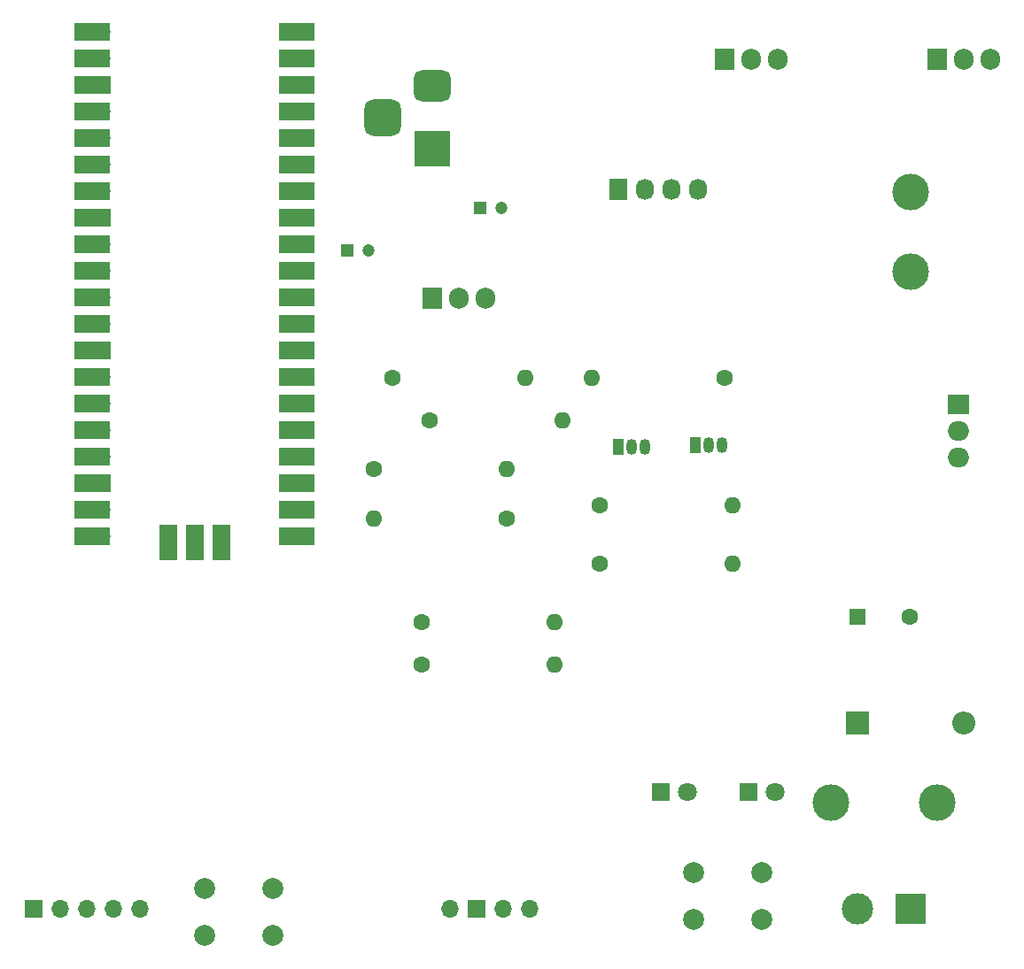
<source format=gbr>
%TF.GenerationSoftware,KiCad,Pcbnew,7.0.9-7.0.9~ubuntu22.04.1*%
%TF.CreationDate,2023-12-17T20:29:56+01:00*%
%TF.ProjectId,DC Load,4443204c-6f61-4642-9e6b-696361645f70,rev?*%
%TF.SameCoordinates,Original*%
%TF.FileFunction,Soldermask,Top*%
%TF.FilePolarity,Negative*%
%FSLAX46Y46*%
G04 Gerber Fmt 4.6, Leading zero omitted, Abs format (unit mm)*
G04 Created by KiCad (PCBNEW 7.0.9-7.0.9~ubuntu22.04.1) date 2023-12-17 20:29:56*
%MOMM*%
%LPD*%
G01*
G04 APERTURE LIST*
G04 Aperture macros list*
%AMRoundRect*
0 Rectangle with rounded corners*
0 $1 Rounding radius*
0 $2 $3 $4 $5 $6 $7 $8 $9 X,Y pos of 4 corners*
0 Add a 4 corners polygon primitive as box body*
4,1,4,$2,$3,$4,$5,$6,$7,$8,$9,$2,$3,0*
0 Add four circle primitives for the rounded corners*
1,1,$1+$1,$2,$3*
1,1,$1+$1,$4,$5*
1,1,$1+$1,$6,$7*
1,1,$1+$1,$8,$9*
0 Add four rect primitives between the rounded corners*
20,1,$1+$1,$2,$3,$4,$5,0*
20,1,$1+$1,$4,$5,$6,$7,0*
20,1,$1+$1,$6,$7,$8,$9,0*
20,1,$1+$1,$8,$9,$2,$3,0*%
G04 Aperture macros list end*
%ADD10C,1.600000*%
%ADD11O,1.600000X1.600000*%
%ADD12C,2.000000*%
%ADD13R,1.800000X1.800000*%
%ADD14C,1.800000*%
%ADD15C,3.500000*%
%ADD16R,2.000000X1.905000*%
%ADD17O,2.000000X1.905000*%
%ADD18R,1.905000X2.000000*%
%ADD19O,1.905000X2.000000*%
%ADD20R,1.700000X1.700000*%
%ADD21O,1.700000X1.700000*%
%ADD22R,3.500000X1.700000*%
%ADD23R,1.700000X3.500000*%
%ADD24R,1.730000X2.030000*%
%ADD25O,1.730000X2.030000*%
%ADD26R,1.050000X1.500000*%
%ADD27O,1.050000X1.500000*%
%ADD28R,3.500000X3.500000*%
%ADD29RoundRect,0.750000X-1.000000X0.750000X-1.000000X-0.750000X1.000000X-0.750000X1.000000X0.750000X0*%
%ADD30RoundRect,0.875000X-0.875000X0.875000X-0.875000X-0.875000X0.875000X-0.875000X0.875000X0.875000X0*%
%ADD31R,1.600000X1.600000*%
%ADD32R,1.200000X1.200000*%
%ADD33C,1.200000*%
%ADD34R,2.200000X2.200000*%
%ADD35O,2.200000X2.200000*%
%ADD36C,3.000000*%
%ADD37R,3.000000X3.000000*%
G04 APERTURE END LIST*
D10*
%TO.C,R4*%
X154940000Y-71120000D03*
D11*
X142240000Y-71120000D03*
%TD*%
D12*
%TO.C,SW1*%
X151996000Y-118436000D03*
X158496000Y-118436000D03*
X151996000Y-122936000D03*
X158496000Y-122936000D03*
%TD*%
D13*
%TO.C,D3*%
X148844000Y-110744000D03*
D14*
X151384000Y-110744000D03*
%TD*%
D10*
%TO.C,R9*%
X143002000Y-88900000D03*
D11*
X155702000Y-88900000D03*
%TD*%
D13*
%TO.C,D2*%
X157221000Y-110744000D03*
D14*
X159761000Y-110744000D03*
%TD*%
D10*
%TO.C,R7*%
X126746000Y-75184000D03*
D11*
X139446000Y-75184000D03*
%TD*%
D15*
%TO.C,J5*%
X172720000Y-53340000D03*
%TD*%
D10*
%TO.C,R3*%
X123190000Y-71120000D03*
D11*
X135890000Y-71120000D03*
%TD*%
D15*
%TO.C,J4*%
X175260000Y-111760000D03*
%TD*%
D10*
%TO.C,R6*%
X125984000Y-94488000D03*
D11*
X138684000Y-94488000D03*
%TD*%
D10*
%TO.C,R10*%
X121412000Y-79832000D03*
D11*
X134112000Y-79832000D03*
%TD*%
D16*
%TO.C,Q3*%
X177292000Y-73660000D03*
D17*
X177292000Y-76200000D03*
X177292000Y-78740000D03*
%TD*%
D18*
%TO.C,Q1*%
X154940000Y-40640000D03*
D19*
X157480000Y-40640000D03*
X160020000Y-40640000D03*
%TD*%
D20*
%TO.C,J8*%
X88900000Y-121920000D03*
D21*
X91440000Y-121920000D03*
X93980000Y-121920000D03*
X96520000Y-121920000D03*
X99060000Y-121920000D03*
%TD*%
%TO.C,U2*%
X95435000Y-37970000D03*
D22*
X94535000Y-37970000D03*
D21*
X95435000Y-40510000D03*
D22*
X94535000Y-40510000D03*
D20*
X95435000Y-43050000D03*
D22*
X94535000Y-43050000D03*
D21*
X95435000Y-45590000D03*
D22*
X94535000Y-45590000D03*
D21*
X95435000Y-48130000D03*
D22*
X94535000Y-48130000D03*
D21*
X95435000Y-50670000D03*
D22*
X94535000Y-50670000D03*
D21*
X95435000Y-53210000D03*
D22*
X94535000Y-53210000D03*
D20*
X95435000Y-55750000D03*
D22*
X94535000Y-55750000D03*
D21*
X95435000Y-58290000D03*
D22*
X94535000Y-58290000D03*
D21*
X95435000Y-60830000D03*
D22*
X94535000Y-60830000D03*
D21*
X95435000Y-63370000D03*
D22*
X94535000Y-63370000D03*
D21*
X95435000Y-65910000D03*
D22*
X94535000Y-65910000D03*
D20*
X95435000Y-68450000D03*
D22*
X94535000Y-68450000D03*
D21*
X95435000Y-70990000D03*
D22*
X94535000Y-70990000D03*
D21*
X95435000Y-73530000D03*
D22*
X94535000Y-73530000D03*
D21*
X95435000Y-76070000D03*
D22*
X94535000Y-76070000D03*
D21*
X95435000Y-78610000D03*
D22*
X94535000Y-78610000D03*
D20*
X95435000Y-81150000D03*
D22*
X94535000Y-81150000D03*
D21*
X95435000Y-83690000D03*
D22*
X94535000Y-83690000D03*
D21*
X95435000Y-86230000D03*
D22*
X94535000Y-86230000D03*
D21*
X113215000Y-86230000D03*
D22*
X114115000Y-86230000D03*
D21*
X113215000Y-83690000D03*
D22*
X114115000Y-83690000D03*
D20*
X113215000Y-81150000D03*
D22*
X114115000Y-81150000D03*
D21*
X113215000Y-78610000D03*
D22*
X114115000Y-78610000D03*
D21*
X113215000Y-76070000D03*
D22*
X114115000Y-76070000D03*
D21*
X113215000Y-73530000D03*
D22*
X114115000Y-73530000D03*
D21*
X113215000Y-70990000D03*
D22*
X114115000Y-70990000D03*
D20*
X113215000Y-68450000D03*
D22*
X114115000Y-68450000D03*
D21*
X113215000Y-65910000D03*
D22*
X114115000Y-65910000D03*
D21*
X113215000Y-63370000D03*
D22*
X114115000Y-63370000D03*
D21*
X113215000Y-60830000D03*
D22*
X114115000Y-60830000D03*
D21*
X113215000Y-58290000D03*
D22*
X114115000Y-58290000D03*
D20*
X113215000Y-55750000D03*
D22*
X114115000Y-55750000D03*
D21*
X113215000Y-53210000D03*
D22*
X114115000Y-53210000D03*
D21*
X113215000Y-50670000D03*
D22*
X114115000Y-50670000D03*
D21*
X113215000Y-48130000D03*
D22*
X114115000Y-48130000D03*
D21*
X113215000Y-45590000D03*
D22*
X114115000Y-45590000D03*
D20*
X113215000Y-43050000D03*
D22*
X114115000Y-43050000D03*
D21*
X113215000Y-40510000D03*
D22*
X114115000Y-40510000D03*
D21*
X113215000Y-37970000D03*
D22*
X114115000Y-37970000D03*
D21*
X101785000Y-86000000D03*
D23*
X101785000Y-86900000D03*
D20*
X104325000Y-86000000D03*
D23*
X104325000Y-86900000D03*
D21*
X106865000Y-86000000D03*
D23*
X106865000Y-86900000D03*
%TD*%
D24*
%TO.C,M1*%
X144780000Y-53040000D03*
D25*
X147320000Y-53040000D03*
X149860000Y-53040000D03*
X152400000Y-53040000D03*
%TD*%
D15*
%TO.C,J7*%
X165100000Y-111760000D03*
%TD*%
D26*
%TO.C,Q5*%
X152146000Y-77576000D03*
D27*
X153416000Y-77576000D03*
X154686000Y-77576000D03*
%TD*%
D12*
%TO.C,SW2*%
X105260000Y-119960000D03*
X111760000Y-119960000D03*
X105260000Y-124460000D03*
X111760000Y-124460000D03*
%TD*%
D28*
%TO.C,J3*%
X127000000Y-49180000D03*
D29*
X127000000Y-43180000D03*
D30*
X122300000Y-46180000D03*
%TD*%
D31*
%TO.C,C3*%
X167640000Y-93980000D03*
D10*
X172640000Y-93980000D03*
%TD*%
D32*
%TO.C,C4*%
X118904000Y-58928000D03*
D33*
X120904000Y-58928000D03*
%TD*%
D21*
%TO.C,J1*%
X136388000Y-121920000D03*
X133848000Y-121920000D03*
D20*
X131308000Y-121920000D03*
D21*
X128768000Y-121920000D03*
%TD*%
D10*
%TO.C,R5*%
X125984000Y-98552000D03*
D11*
X138684000Y-98552000D03*
%TD*%
D15*
%TO.C,J6*%
X172720000Y-60960000D03*
%TD*%
D18*
%TO.C,Q2*%
X175260000Y-40640000D03*
D19*
X177800000Y-40640000D03*
X180340000Y-40640000D03*
%TD*%
D34*
%TO.C,D1*%
X167640000Y-104140000D03*
D35*
X177800000Y-104140000D03*
%TD*%
D36*
%TO.C,J2*%
X167640000Y-121920000D03*
D37*
X172720000Y-121920000D03*
%TD*%
D32*
%TO.C,C2*%
X131632888Y-54864000D03*
D33*
X133632888Y-54864000D03*
%TD*%
D10*
%TO.C,R8*%
X143002000Y-83312000D03*
D11*
X155702000Y-83312000D03*
%TD*%
D10*
%TO.C,R11*%
X134112000Y-84582000D03*
D11*
X121412000Y-84582000D03*
%TD*%
D18*
%TO.C,U1*%
X127000000Y-63500000D03*
D19*
X129540000Y-63500000D03*
X132080000Y-63500000D03*
%TD*%
D26*
%TO.C,Q4*%
X144780000Y-77724000D03*
D27*
X146050000Y-77724000D03*
X147320000Y-77724000D03*
%TD*%
M02*

</source>
